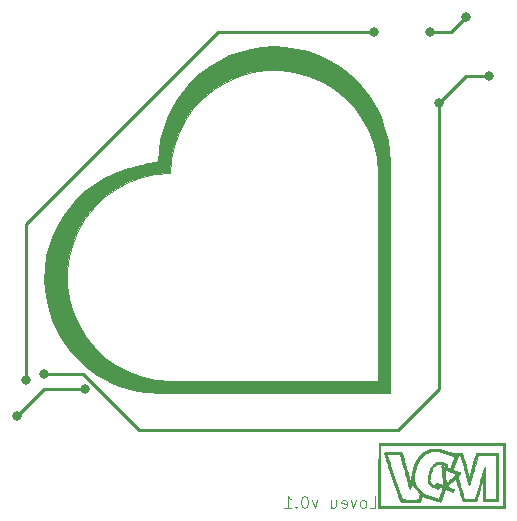
<source format=gbr>
%TF.GenerationSoftware,KiCad,Pcbnew,(5.1.12-1-g0a0a2da680)-1*%
%TF.CreationDate,2021-11-24T18:51:26+01:00*%
%TF.ProjectId,loveu,6c6f7665-752e-46b6-9963-61645f706362,rev?*%
%TF.SameCoordinates,Original*%
%TF.FileFunction,Copper,L2,Bot*%
%TF.FilePolarity,Positive*%
%FSLAX46Y46*%
G04 Gerber Fmt 4.6, Leading zero omitted, Abs format (unit mm)*
G04 Created by KiCad (PCBNEW (5.1.12-1-g0a0a2da680)-1) date 2021-11-24 18:51:26*
%MOMM*%
%LPD*%
G01*
G04 APERTURE LIST*
%TA.AperFunction,NonConductor*%
%ADD10C,0.125000*%
%TD*%
%TA.AperFunction,EtchedComponent*%
%ADD11C,0.010000*%
%TD*%
%TA.AperFunction,ViaPad*%
%ADD12C,0.800000*%
%TD*%
%TA.AperFunction,Conductor*%
%ADD13C,0.250000*%
%TD*%
%TA.AperFunction,NonConductor*%
%ADD14C,0.025400*%
%TD*%
%TA.AperFunction,NonConductor*%
%ADD15C,0.100000*%
%TD*%
G04 APERTURE END LIST*
D10*
X138107142Y-114552380D02*
X138583333Y-114552380D01*
X138583333Y-113552380D01*
X137630952Y-114552380D02*
X137726190Y-114504761D01*
X137773809Y-114457142D01*
X137821428Y-114361904D01*
X137821428Y-114076190D01*
X137773809Y-113980952D01*
X137726190Y-113933333D01*
X137630952Y-113885714D01*
X137488095Y-113885714D01*
X137392857Y-113933333D01*
X137345238Y-113980952D01*
X137297619Y-114076190D01*
X137297619Y-114361904D01*
X137345238Y-114457142D01*
X137392857Y-114504761D01*
X137488095Y-114552380D01*
X137630952Y-114552380D01*
X136964285Y-113885714D02*
X136726190Y-114552380D01*
X136488095Y-113885714D01*
X135726190Y-114504761D02*
X135821428Y-114552380D01*
X136011904Y-114552380D01*
X136107142Y-114504761D01*
X136154761Y-114409523D01*
X136154761Y-114028571D01*
X136107142Y-113933333D01*
X136011904Y-113885714D01*
X135821428Y-113885714D01*
X135726190Y-113933333D01*
X135678571Y-114028571D01*
X135678571Y-114123809D01*
X136154761Y-114219047D01*
X134821428Y-113885714D02*
X134821428Y-114552380D01*
X135250000Y-113885714D02*
X135250000Y-114409523D01*
X135202380Y-114504761D01*
X135107142Y-114552380D01*
X134964285Y-114552380D01*
X134869047Y-114504761D01*
X134821428Y-114457142D01*
X133678571Y-113885714D02*
X133440476Y-114552380D01*
X133202380Y-113885714D01*
X132630952Y-113552380D02*
X132535714Y-113552380D01*
X132440476Y-113600000D01*
X132392857Y-113647619D01*
X132345238Y-113742857D01*
X132297619Y-113933333D01*
X132297619Y-114171428D01*
X132345238Y-114361904D01*
X132392857Y-114457142D01*
X132440476Y-114504761D01*
X132535714Y-114552380D01*
X132630952Y-114552380D01*
X132726190Y-114504761D01*
X132773809Y-114457142D01*
X132821428Y-114361904D01*
X132869047Y-114171428D01*
X132869047Y-113933333D01*
X132821428Y-113742857D01*
X132773809Y-113647619D01*
X132726190Y-113600000D01*
X132630952Y-113552380D01*
X131869047Y-114457142D02*
X131821428Y-114504761D01*
X131869047Y-114552380D01*
X131916666Y-114504761D01*
X131869047Y-114457142D01*
X131869047Y-114552380D01*
X130869047Y-114552380D02*
X131440476Y-114552380D01*
X131154761Y-114552380D02*
X131154761Y-113552380D01*
X131250000Y-113695238D01*
X131345238Y-113790476D01*
X131440476Y-113838095D01*
D11*
%TO.C,G\u002A\u002A\u002A*%
G36*
X138850356Y-111815875D02*
G01*
X138845296Y-114572834D01*
X149533539Y-114572834D01*
X149528478Y-111815875D01*
X149523670Y-109196500D01*
X149385834Y-109196500D01*
X149385834Y-114382334D01*
X138993000Y-114382334D01*
X138993000Y-109196500D01*
X149385834Y-109196500D01*
X149523670Y-109196500D01*
X149523417Y-109058917D01*
X138855417Y-109058917D01*
X138850356Y-111815875D01*
G37*
X138850356Y-111815875D02*
X138845296Y-114572834D01*
X149533539Y-114572834D01*
X149528478Y-111815875D01*
X149523670Y-109196500D01*
X149385834Y-109196500D01*
X149385834Y-114382334D01*
X138993000Y-114382334D01*
X138993000Y-109196500D01*
X149385834Y-109196500D01*
X149523670Y-109196500D01*
X149523417Y-109058917D01*
X138855417Y-109058917D01*
X138850356Y-111815875D01*
G36*
X143617917Y-109546922D02*
G01*
X143492143Y-109547905D01*
X143397588Y-109550791D01*
X143323138Y-109557071D01*
X143257681Y-109568236D01*
X143190104Y-109585779D01*
X143109293Y-109611190D01*
X143088750Y-109617946D01*
X142984403Y-109655653D01*
X142880766Y-109698612D01*
X142793728Y-109740019D01*
X142760667Y-109758457D01*
X142708399Y-109794729D01*
X142639469Y-109848937D01*
X142560342Y-109915237D01*
X142477487Y-109987781D01*
X142397367Y-110060723D01*
X142326451Y-110128218D01*
X142271203Y-110184419D01*
X142238091Y-110223481D01*
X142231500Y-110236884D01*
X142220616Y-110263699D01*
X142192081Y-110314498D01*
X142152125Y-110378206D01*
X142095082Y-110465430D01*
X142056431Y-110525499D01*
X142031236Y-110566582D01*
X142014559Y-110596850D01*
X142001465Y-110624471D01*
X141996463Y-110635834D01*
X141970299Y-110695013D01*
X141944571Y-110752250D01*
X141896222Y-110871606D01*
X141844748Y-111021039D01*
X141793749Y-111188828D01*
X141746823Y-111363253D01*
X141713767Y-111503667D01*
X141686388Y-111624459D01*
X141655877Y-111751259D01*
X141624037Y-111877410D01*
X141592672Y-111996257D01*
X141563584Y-112101144D01*
X141538575Y-112185414D01*
X141519449Y-112242412D01*
X141508007Y-112265482D01*
X141507385Y-112265667D01*
X141492245Y-112248617D01*
X141490667Y-112236128D01*
X141485179Y-112210757D01*
X141469390Y-112148353D01*
X141444310Y-112052679D01*
X141410951Y-111927495D01*
X141370324Y-111776563D01*
X141323441Y-111603645D01*
X141271311Y-111412502D01*
X141214948Y-111206896D01*
X141173435Y-111056086D01*
X141102086Y-110798225D01*
X141040719Y-110578549D01*
X140988497Y-110394318D01*
X140944585Y-110242789D01*
X140908144Y-110121220D01*
X140878341Y-110026870D01*
X140854337Y-109956997D01*
X140835298Y-109908859D01*
X140820387Y-109879713D01*
X140811256Y-109868542D01*
X140795412Y-109858131D01*
X140772850Y-109849857D01*
X140738948Y-109843480D01*
X140689082Y-109838757D01*
X140618628Y-109835447D01*
X140522962Y-109833309D01*
X140397463Y-109832102D01*
X140237505Y-109831583D01*
X140101906Y-109831500D01*
X139916390Y-109831609D01*
X139768560Y-109832122D01*
X139653772Y-109833318D01*
X139567377Y-109835474D01*
X139504729Y-109838868D01*
X139461182Y-109843780D01*
X139432090Y-109850488D01*
X139412806Y-109859269D01*
X139398684Y-109870402D01*
X139395167Y-109873833D01*
X139360130Y-109937542D01*
X139352834Y-109995863D01*
X139359474Y-110024253D01*
X139378642Y-110089340D01*
X139409209Y-110187752D01*
X139450049Y-110316116D01*
X139500031Y-110471059D01*
X139558029Y-110649208D01*
X139622913Y-110847191D01*
X139693556Y-111061634D01*
X139768830Y-111289165D01*
X139847606Y-111526411D01*
X139928756Y-111769999D01*
X140011153Y-112016557D01*
X140093666Y-112262711D01*
X140175170Y-112505090D01*
X140254535Y-112740319D01*
X140330632Y-112965027D01*
X140402335Y-113175840D01*
X140468515Y-113369385D01*
X140528043Y-113542291D01*
X140579791Y-113691184D01*
X140622632Y-113812690D01*
X140655437Y-113903439D01*
X140677077Y-113960056D01*
X140684325Y-113976414D01*
X140717274Y-114015971D01*
X140740394Y-114030593D01*
X140768788Y-114033591D01*
X140834538Y-114036347D01*
X140932669Y-114038779D01*
X141058203Y-114040809D01*
X141206164Y-114042354D01*
X141371577Y-114043333D01*
X141545315Y-114043667D01*
X141746911Y-114043559D01*
X141910427Y-114043099D01*
X142040117Y-114042075D01*
X142140234Y-114040282D01*
X142215033Y-114037510D01*
X142268766Y-114033550D01*
X142305687Y-114028195D01*
X142330050Y-114021235D01*
X142346108Y-114012463D01*
X142355883Y-114003951D01*
X142379124Y-113967512D01*
X142409825Y-113901254D01*
X142443302Y-113815912D01*
X142464350Y-113755243D01*
X142494672Y-113666279D01*
X142521928Y-113592097D01*
X142542521Y-113542171D01*
X142551049Y-113526727D01*
X142581955Y-113521735D01*
X142635234Y-113539824D01*
X142638374Y-113541348D01*
X142812588Y-113623416D01*
X142962726Y-113685642D01*
X143099490Y-113732319D01*
X143152250Y-113747435D01*
X143248981Y-113776468D01*
X143345426Y-113809959D01*
X143422041Y-113841079D01*
X143427417Y-113843588D01*
X143475124Y-113862734D01*
X143550545Y-113889099D01*
X143644531Y-113919892D01*
X143747932Y-113952320D01*
X143851598Y-113983591D01*
X143946379Y-114010913D01*
X144023125Y-114031494D01*
X144072685Y-114042541D01*
X144083102Y-114043667D01*
X144099134Y-114026209D01*
X144121287Y-113983342D01*
X144124904Y-113974875D01*
X144177052Y-113847927D01*
X144223433Y-113732315D01*
X144261656Y-113634231D01*
X144289329Y-113559863D01*
X144304061Y-113515403D01*
X144305834Y-113506603D01*
X144313384Y-113473376D01*
X144333643Y-113413071D01*
X144363024Y-113334428D01*
X144397941Y-113246183D01*
X144434805Y-113157075D01*
X144470029Y-113075843D01*
X144500028Y-113011224D01*
X144521214Y-112971957D01*
X144528503Y-112964167D01*
X144557070Y-112971411D01*
X144614368Y-112990716D01*
X144689810Y-113018446D01*
X144719067Y-113029671D01*
X144821459Y-113068516D01*
X144931649Y-113108954D01*
X145026820Y-113142620D01*
X145031965Y-113144382D01*
X145176012Y-113193589D01*
X145196006Y-113142378D01*
X145220202Y-113080383D01*
X145236868Y-113037660D01*
X145246873Y-112996171D01*
X145228472Y-112973480D01*
X145210409Y-112965252D01*
X145173514Y-112950930D01*
X145105979Y-112925088D01*
X145016775Y-112891146D01*
X144914871Y-112852524D01*
X144893593Y-112844477D01*
X144624102Y-112742604D01*
X144673635Y-112699927D01*
X144703903Y-112672526D01*
X144759268Y-112621140D01*
X144834168Y-112550979D01*
X144923044Y-112467254D01*
X145020336Y-112375176D01*
X145035364Y-112360917D01*
X145131425Y-112270694D01*
X145218320Y-112190883D01*
X145290983Y-112125994D01*
X145344344Y-112080536D01*
X145373335Y-112059020D01*
X145375815Y-112057974D01*
X145398437Y-112069056D01*
X145401926Y-112089724D01*
X145407400Y-112119079D01*
X145423926Y-112183474D01*
X145449973Y-112277527D01*
X145484009Y-112395857D01*
X145524504Y-112533083D01*
X145569928Y-112683824D01*
X145584427Y-112731334D01*
X145661472Y-112982834D01*
X145727257Y-113196904D01*
X145782820Y-113376623D01*
X145829198Y-113525067D01*
X145867430Y-113645315D01*
X145898555Y-113740444D01*
X145923609Y-113813532D01*
X145943632Y-113867656D01*
X145959662Y-113905895D01*
X145972736Y-113931325D01*
X145983893Y-113947026D01*
X145994172Y-113956074D01*
X145998404Y-113958592D01*
X146032527Y-113965426D01*
X146104584Y-113971161D01*
X146210188Y-113975627D01*
X146344951Y-113978656D01*
X146504484Y-113980079D01*
X146558692Y-113980167D01*
X146729485Y-113980309D01*
X146863193Y-113979361D01*
X146965055Y-113975260D01*
X147040307Y-113965946D01*
X147094188Y-113949355D01*
X147131934Y-113923428D01*
X147158785Y-113886100D01*
X147179977Y-113835312D01*
X147200748Y-113769001D01*
X147214899Y-113721854D01*
X147233803Y-113659613D01*
X147263066Y-113562991D01*
X147300827Y-113438140D01*
X147345227Y-113291213D01*
X147394407Y-113128361D01*
X147446508Y-112955736D01*
X147485753Y-112825640D01*
X147703084Y-112105029D01*
X147696733Y-112999205D01*
X147695236Y-113217134D01*
X147694235Y-113396677D01*
X147693887Y-113541779D01*
X147694347Y-113656389D01*
X147695772Y-113744450D01*
X147698317Y-113809910D01*
X147702138Y-113856715D01*
X147707391Y-113888810D01*
X147714232Y-113910142D01*
X147722817Y-113924657D01*
X147733301Y-113936300D01*
X147733775Y-113936774D01*
X147748464Y-113949724D01*
X147766910Y-113959806D01*
X147794184Y-113967378D01*
X147835358Y-113972799D01*
X147895503Y-113976427D01*
X147979692Y-113978619D01*
X148092996Y-113979733D01*
X148240487Y-113980127D01*
X148348667Y-113980167D01*
X148519489Y-113980022D01*
X148653039Y-113979356D01*
X148754378Y-113977820D01*
X148828566Y-113975064D01*
X148880665Y-113970739D01*
X148915735Y-113964496D01*
X148938838Y-113955987D01*
X148955034Y-113944863D01*
X148962500Y-113937833D01*
X148969696Y-113929897D01*
X148976026Y-113919645D01*
X148981547Y-113904474D01*
X148986313Y-113881780D01*
X148990380Y-113848958D01*
X148993804Y-113803405D01*
X148994443Y-113789667D01*
X148814334Y-113789667D01*
X147880759Y-113789667D01*
X147884266Y-112440292D01*
X147884926Y-112167808D01*
X147885333Y-111934609D01*
X147885408Y-111737651D01*
X147885074Y-111573885D01*
X147884256Y-111440264D01*
X147882874Y-111333743D01*
X147880854Y-111251273D01*
X147878116Y-111189809D01*
X147874585Y-111146304D01*
X147870183Y-111117710D01*
X147864833Y-111100981D01*
X147858458Y-111093070D01*
X147850981Y-111090931D01*
X147850129Y-111090917D01*
X147840867Y-111096363D01*
X147828850Y-111114469D01*
X147813204Y-111147888D01*
X147793053Y-111199274D01*
X147767523Y-111271279D01*
X147735739Y-111366556D01*
X147696828Y-111487758D01*
X147649915Y-111637539D01*
X147594125Y-111818550D01*
X147528583Y-112033446D01*
X147452416Y-112284880D01*
X147407096Y-112435000D01*
X147001709Y-113779084D01*
X146554661Y-113784792D01*
X146107613Y-113790501D01*
X146033740Y-113551959D01*
X145971784Y-113351343D01*
X145909398Y-113148299D01*
X145847828Y-112946967D01*
X145788321Y-112751491D01*
X145732124Y-112566009D01*
X145680484Y-112394665D01*
X145634647Y-112241600D01*
X145595861Y-112110954D01*
X145565373Y-112006869D01*
X145544428Y-111933486D01*
X145534274Y-111894948D01*
X145533501Y-111890433D01*
X145549556Y-111858774D01*
X145562348Y-111848677D01*
X145627741Y-111803362D01*
X145691935Y-111747527D01*
X145745757Y-111690557D01*
X145754567Y-111678034D01*
X145423450Y-111678034D01*
X145250933Y-111841028D01*
X145171654Y-111915911D01*
X145072559Y-112009482D01*
X144964623Y-112111377D01*
X144858823Y-112211234D01*
X144826075Y-112242137D01*
X144721279Y-112339026D01*
X144643693Y-112406081D01*
X144591761Y-112444527D01*
X144563928Y-112455587D01*
X144559036Y-112452334D01*
X144550522Y-112418991D01*
X144541167Y-112355702D01*
X144532712Y-112274775D01*
X144531088Y-112255084D01*
X144522224Y-112151639D01*
X144510588Y-112029025D01*
X144498372Y-111910111D01*
X144495598Y-111884667D01*
X144474932Y-111690775D01*
X144460415Y-111538296D01*
X144452013Y-111426765D01*
X144449692Y-111355715D01*
X144453418Y-111324680D01*
X144454591Y-111323385D01*
X144477737Y-111327868D01*
X144533611Y-111345394D01*
X144615487Y-111373657D01*
X144716638Y-111410351D01*
X144804834Y-111443435D01*
X144929093Y-111490667D01*
X145051347Y-111537103D01*
X145161068Y-111578745D01*
X145247731Y-111611599D01*
X145282683Y-111624826D01*
X145423450Y-111678034D01*
X145754567Y-111678034D01*
X145780035Y-111641834D01*
X145787500Y-111618358D01*
X145782580Y-111595357D01*
X145763460Y-111573942D01*
X145723598Y-111550159D01*
X145656454Y-111520052D01*
X145562878Y-111482554D01*
X145460278Y-111443078D01*
X145360609Y-111405833D01*
X145277247Y-111375763D01*
X145234795Y-111361317D01*
X145176195Y-111339659D01*
X145138695Y-111320551D01*
X145131334Y-111312472D01*
X145138640Y-111284968D01*
X145157953Y-111228654D01*
X145185366Y-111153948D01*
X145216969Y-111071268D01*
X145248855Y-110991030D01*
X145277117Y-110923654D01*
X145277627Y-110922489D01*
X145307509Y-110852011D01*
X145334141Y-110785507D01*
X145338712Y-110773417D01*
X145398503Y-110614123D01*
X145446519Y-110490698D01*
X145484591Y-110398923D01*
X145514550Y-110334579D01*
X145538225Y-110293449D01*
X145556053Y-110272463D01*
X145574674Y-110247210D01*
X145263758Y-110247210D01*
X145261890Y-110274511D01*
X145246456Y-110333489D01*
X145219786Y-110416591D01*
X145184210Y-110516258D01*
X145165835Y-110564710D01*
X145118357Y-110687654D01*
X145069287Y-110814693D01*
X145023951Y-110932044D01*
X144987673Y-111025923D01*
X144983005Y-111038000D01*
X144951822Y-111117874D01*
X144926514Y-111181214D01*
X144910801Y-111218783D01*
X144907731Y-111224984D01*
X144885838Y-111222874D01*
X144837771Y-111208256D01*
X144775991Y-111185923D01*
X144712963Y-111160667D01*
X144661147Y-111137278D01*
X144633007Y-111120550D01*
X144631518Y-111118785D01*
X144629672Y-111088870D01*
X144637898Y-111033468D01*
X144646421Y-110996156D01*
X144658763Y-110937496D01*
X144471107Y-110937496D01*
X144450169Y-110997561D01*
X144429230Y-111057625D01*
X144320657Y-111016371D01*
X144250693Y-110994543D01*
X144204238Y-110989859D01*
X144192759Y-110994442D01*
X144186448Y-111024886D01*
X144186861Y-111096259D01*
X144193936Y-111207705D01*
X144207609Y-111358368D01*
X144227819Y-111547391D01*
X144242361Y-111673000D01*
X144256099Y-111794724D01*
X144269942Y-111927597D01*
X144283331Y-112065022D01*
X144295704Y-112200398D01*
X144306500Y-112327126D01*
X144315159Y-112438606D01*
X144321121Y-112528240D01*
X144323823Y-112589429D01*
X144322707Y-112615571D01*
X144322474Y-112615916D01*
X144298720Y-112614378D01*
X144246393Y-112599941D01*
X144176153Y-112575612D01*
X144165654Y-112571648D01*
X144092136Y-112544173D01*
X144006163Y-112512892D01*
X143917163Y-112481123D01*
X143834564Y-112452184D01*
X143767795Y-112429394D01*
X143726284Y-112416070D01*
X143717707Y-112413981D01*
X143706728Y-112431502D01*
X143685225Y-112476504D01*
X143669306Y-112512647D01*
X143645645Y-112574638D01*
X143644342Y-112613411D01*
X143671083Y-112638739D01*
X143731552Y-112660400D01*
X143759898Y-112668414D01*
X143814394Y-112688097D01*
X143849258Y-112709093D01*
X143852507Y-112713010D01*
X143850291Y-112727350D01*
X143826943Y-112723618D01*
X143787520Y-112711549D01*
X143721526Y-112691437D01*
X143642898Y-112667532D01*
X143639084Y-112666373D01*
X143478140Y-112600394D01*
X143346733Y-112510334D01*
X143248625Y-112399073D01*
X143216204Y-112342572D01*
X143186541Y-112276694D01*
X143171256Y-112221867D01*
X143167560Y-112160641D01*
X143172667Y-112075562D01*
X143172972Y-112071921D01*
X143186725Y-111939834D01*
X143204360Y-111817009D01*
X143224263Y-111712252D01*
X143244818Y-111634369D01*
X143259677Y-111598917D01*
X143283361Y-111546189D01*
X143299446Y-111493818D01*
X143344002Y-111356385D01*
X143411002Y-111217730D01*
X143494103Y-111087012D01*
X143586964Y-110973390D01*
X143683242Y-110886024D01*
X143748024Y-110845996D01*
X143826870Y-110819181D01*
X143919504Y-110810743D01*
X144032290Y-110821118D01*
X144171589Y-110850742D01*
X144287929Y-110883063D01*
X144471107Y-110937496D01*
X144658763Y-110937496D01*
X144660819Y-110927726D01*
X144659962Y-110885833D01*
X144646980Y-110861071D01*
X144617517Y-110842617D01*
X144556438Y-110815454D01*
X144472619Y-110783216D01*
X144374937Y-110749540D01*
X144373436Y-110749050D01*
X144256818Y-110712585D01*
X144165741Y-110688829D01*
X144086271Y-110675205D01*
X144004472Y-110669132D01*
X143935417Y-110667985D01*
X143801956Y-110674400D01*
X143696156Y-110697349D01*
X143605062Y-110741430D01*
X143515720Y-110811239D01*
X143505636Y-110820507D01*
X143443846Y-110890050D01*
X143375748Y-110985665D01*
X143309690Y-111093710D01*
X143254017Y-111200539D01*
X143217232Y-111292000D01*
X143193780Y-111364163D01*
X143172306Y-111425033D01*
X143162068Y-111450750D01*
X143144038Y-111498027D01*
X143120452Y-111568939D01*
X143094811Y-111651709D01*
X143070615Y-111734557D01*
X143051365Y-111805706D01*
X143040563Y-111853377D01*
X143039388Y-111863500D01*
X143037519Y-111898733D01*
X143032808Y-111963524D01*
X143026187Y-112045268D01*
X143024540Y-112064584D01*
X143024740Y-112223112D01*
X143057271Y-112364438D01*
X143125684Y-112502285D01*
X143145790Y-112533340D01*
X143221832Y-112614703D01*
X143339195Y-112694600D01*
X143496876Y-112772533D01*
X143693874Y-112848004D01*
X143917737Y-112917307D01*
X143939947Y-112904093D01*
X143964206Y-112862636D01*
X143969614Y-112848954D01*
X143992292Y-112800318D01*
X144014127Y-112774789D01*
X144018209Y-112773667D01*
X144051433Y-112780992D01*
X144105848Y-112799546D01*
X144168901Y-112824198D01*
X144228040Y-112849815D01*
X144270710Y-112871266D01*
X144284667Y-112882593D01*
X144277435Y-112906542D01*
X144257681Y-112961956D01*
X144228321Y-113040882D01*
X144192269Y-113135367D01*
X144187666Y-113147284D01*
X144143259Y-113263421D01*
X144097718Y-113384752D01*
X144056932Y-113495475D01*
X144031112Y-113567417D01*
X144001829Y-113650028D01*
X143976459Y-113720421D01*
X143959368Y-113766524D01*
X143956516Y-113773792D01*
X143926005Y-113807247D01*
X143884640Y-113802625D01*
X143870859Y-113792414D01*
X143841955Y-113777849D01*
X143783887Y-113756154D01*
X143708260Y-113731602D01*
X143694171Y-113727356D01*
X143612215Y-113701080D01*
X143541527Y-113675106D01*
X143496072Y-113654611D01*
X143493087Y-113652835D01*
X143454971Y-113635312D01*
X143386778Y-113609776D01*
X143299084Y-113580023D01*
X143226334Y-113557060D01*
X143102065Y-113517692D01*
X142996448Y-113480290D01*
X142892110Y-113438174D01*
X142771678Y-113384665D01*
X142739500Y-113369870D01*
X142705265Y-113350730D01*
X142381314Y-113350730D01*
X142303559Y-113586073D01*
X142272224Y-113679975D01*
X142245276Y-113758989D01*
X142225690Y-113814503D01*
X142216640Y-113837583D01*
X142194022Y-113841343D01*
X142134170Y-113844451D01*
X142042176Y-113846828D01*
X141923136Y-113848396D01*
X141782143Y-113849077D01*
X141624291Y-113848791D01*
X141528760Y-113848167D01*
X140850045Y-113842584D01*
X140207314Y-111948167D01*
X140115018Y-111675967D01*
X140026688Y-111415144D01*
X139943263Y-111168490D01*
X139865681Y-110938794D01*
X139794881Y-110728847D01*
X139731803Y-110541440D01*
X139677386Y-110379364D01*
X139632567Y-110245408D01*
X139598287Y-110142363D01*
X139575484Y-110073020D01*
X139565098Y-110040169D01*
X139564542Y-110037875D01*
X139584775Y-110033642D01*
X139641810Y-110029848D01*
X139730117Y-110026649D01*
X139844165Y-110024202D01*
X139978425Y-110022661D01*
X140120125Y-110022181D01*
X140675750Y-110022362D01*
X140939642Y-110979973D01*
X140999251Y-111197160D01*
X141060309Y-111421241D01*
X141120841Y-111644855D01*
X141178871Y-111860643D01*
X141232423Y-112061245D01*
X141279520Y-112239302D01*
X141318188Y-112387454D01*
X141333124Y-112445584D01*
X141380553Y-112628755D01*
X141420098Y-112771520D01*
X141453492Y-112874700D01*
X141482472Y-112939114D01*
X141508771Y-112965581D01*
X141534125Y-112954923D01*
X141560268Y-112907958D01*
X141588935Y-112825508D01*
X141621861Y-112708391D01*
X141651020Y-112595842D01*
X141731389Y-112280433D01*
X141760343Y-112426508D01*
X141813089Y-112614910D01*
X141896160Y-112793374D01*
X142012882Y-112967417D01*
X142166579Y-113142555D01*
X142229662Y-113205073D01*
X142381314Y-113350730D01*
X142705265Y-113350730D01*
X142581944Y-113281785D01*
X142426803Y-113167063D01*
X142282393Y-113033889D01*
X142157030Y-112890448D01*
X142059026Y-112744927D01*
X142015652Y-112657250D01*
X141964199Y-112530018D01*
X141928065Y-112427253D01*
X141904138Y-112335310D01*
X141889306Y-112240544D01*
X141880457Y-112129310D01*
X141876680Y-112047817D01*
X141874148Y-111889454D01*
X141878880Y-111743903D01*
X141890389Y-111624926D01*
X141892072Y-111613900D01*
X141905572Y-111549022D01*
X141928567Y-111458763D01*
X141958542Y-111351237D01*
X141992979Y-111234555D01*
X142029363Y-111116830D01*
X142065177Y-111006174D01*
X142097904Y-110910699D01*
X142125028Y-110838519D01*
X142144033Y-110797745D01*
X142146225Y-110794584D01*
X142164883Y-110759082D01*
X142179039Y-110720500D01*
X142203028Y-110667712D01*
X142240209Y-110608697D01*
X142245129Y-110602086D01*
X142277184Y-110556266D01*
X142294179Y-110524718D01*
X142295000Y-110520782D01*
X142308337Y-110490573D01*
X142343823Y-110437834D01*
X142394675Y-110370935D01*
X142454108Y-110298250D01*
X142515339Y-110228148D01*
X142571583Y-110169002D01*
X142605501Y-110137631D01*
X142672265Y-110081421D01*
X142736988Y-110026855D01*
X142769983Y-109998991D01*
X142864163Y-109934780D01*
X142989559Y-109872013D01*
X143135185Y-109815486D01*
X143290057Y-109769992D01*
X143300417Y-109767475D01*
X143377850Y-109755649D01*
X143484814Y-109748210D01*
X143608734Y-109745169D01*
X143737034Y-109746539D01*
X143857139Y-109752330D01*
X143956473Y-109762555D01*
X143982197Y-109766836D01*
X144044850Y-109781851D01*
X144134950Y-109807452D01*
X144240084Y-109839955D01*
X144340200Y-109873057D01*
X144454486Y-109912146D01*
X144593347Y-109959626D01*
X144741300Y-110010203D01*
X144882861Y-110058583D01*
X144919667Y-110071160D01*
X145029469Y-110109825D01*
X145123695Y-110145193D01*
X145195672Y-110174582D01*
X145238723Y-110195308D01*
X145248075Y-110203173D01*
X145258738Y-110238262D01*
X145263758Y-110247210D01*
X145574674Y-110247210D01*
X145590346Y-110225957D01*
X145610408Y-110171921D01*
X145624011Y-110128293D01*
X145650801Y-110110140D01*
X145700853Y-110106667D01*
X145778247Y-110106667D01*
X146057614Y-111085625D01*
X146116261Y-111291841D01*
X146173420Y-111494155D01*
X146227593Y-111687180D01*
X146277287Y-111865528D01*
X146321003Y-112023812D01*
X146357246Y-112156644D01*
X146384521Y-112258636D01*
X146399238Y-112315855D01*
X146433744Y-112447365D01*
X146463637Y-112539824D01*
X146490648Y-112592852D01*
X146516509Y-112606072D01*
X146542950Y-112579103D01*
X146571705Y-112511569D01*
X146604503Y-112403089D01*
X146640663Y-112263059D01*
X146664073Y-112171766D01*
X146697526Y-112046063D01*
X146739299Y-111892204D01*
X146787664Y-111716441D01*
X146840897Y-111525030D01*
X146897272Y-111324223D01*
X146955064Y-111120275D01*
X146981566Y-111027417D01*
X147241949Y-110117250D01*
X148028142Y-110111701D01*
X148814334Y-110106152D01*
X148814334Y-113789667D01*
X148994443Y-113789667D01*
X148996639Y-113742517D01*
X148998942Y-113663689D01*
X149000767Y-113564318D01*
X149002171Y-113441800D01*
X149003208Y-113293531D01*
X149003933Y-113116907D01*
X149004403Y-112909324D01*
X149004673Y-112668177D01*
X149004797Y-112390864D01*
X149004832Y-112074780D01*
X149004834Y-111948167D01*
X149004818Y-111617157D01*
X149004732Y-111325877D01*
X149004523Y-111071722D01*
X149004133Y-110852089D01*
X149003508Y-110664373D01*
X149002592Y-110505971D01*
X149001330Y-110374278D01*
X148999666Y-110266691D01*
X148997546Y-110180605D01*
X148994913Y-110113417D01*
X148991712Y-110062523D01*
X148987888Y-110025318D01*
X148983386Y-109999199D01*
X148978149Y-109981562D01*
X148972124Y-109969802D01*
X148965253Y-109961317D01*
X148962501Y-109958500D01*
X148950672Y-109948044D01*
X148935433Y-109939466D01*
X148912781Y-109932583D01*
X148878713Y-109927206D01*
X148829227Y-109923152D01*
X148760320Y-109920233D01*
X148667988Y-109918264D01*
X148548230Y-109917059D01*
X148397041Y-109916432D01*
X148210420Y-109916197D01*
X148050942Y-109916167D01*
X147839528Y-109916660D01*
X147649597Y-109918087D01*
X147484622Y-109920369D01*
X147348075Y-109923430D01*
X147243428Y-109927191D01*
X147174152Y-109931575D01*
X147143720Y-109936502D01*
X147143679Y-109936525D01*
X147108089Y-109970538D01*
X147081938Y-110015900D01*
X147069604Y-110052430D01*
X147047733Y-110123377D01*
X147017735Y-110223793D01*
X146981017Y-110348731D01*
X146938985Y-110493244D01*
X146893048Y-110652385D01*
X146844612Y-110821206D01*
X146795086Y-110994760D01*
X146745877Y-111168100D01*
X146698392Y-111336279D01*
X146654038Y-111494350D01*
X146614224Y-111637365D01*
X146580357Y-111760377D01*
X146553844Y-111858439D01*
X146536093Y-111926604D01*
X146528510Y-111959924D01*
X146528334Y-111961793D01*
X146523856Y-111987484D01*
X146518697Y-111987919D01*
X146511162Y-111966261D01*
X146493224Y-111907806D01*
X146466029Y-111816488D01*
X146430725Y-111696237D01*
X146388462Y-111550984D01*
X146340385Y-111384660D01*
X146287643Y-111201198D01*
X146231384Y-111004528D01*
X146222585Y-110973683D01*
X146145110Y-110704090D01*
X146078033Y-110475136D01*
X146021373Y-110286885D01*
X145975149Y-110139398D01*
X145939380Y-110032738D01*
X145914087Y-109966965D01*
X145900093Y-109942625D01*
X145868644Y-109931634D01*
X145806432Y-109923748D01*
X145710124Y-109918748D01*
X145576387Y-109916409D01*
X145502740Y-109916167D01*
X145365685Y-109915624D01*
X145261746Y-109913381D01*
X145181711Y-109908516D01*
X145116370Y-109900109D01*
X145056512Y-109887238D01*
X144992926Y-109868983D01*
X144975160Y-109863404D01*
X144883666Y-109834916D01*
X144795561Y-109808408D01*
X144728102Y-109789057D01*
X144721417Y-109787249D01*
X144641654Y-109761956D01*
X144560034Y-109730397D01*
X144549250Y-109725646D01*
X144488327Y-109702296D01*
X144402388Y-109674507D01*
X144307649Y-109647441D01*
X144284667Y-109641437D01*
X144190454Y-109616976D01*
X144100965Y-109593103D01*
X144032314Y-109574134D01*
X144020084Y-109570601D01*
X143964590Y-109560973D01*
X143875717Y-109553462D01*
X143762389Y-109548592D01*
X143633529Y-109546890D01*
X143617917Y-109546922D01*
G37*
X143617917Y-109546922D02*
X143492143Y-109547905D01*
X143397588Y-109550791D01*
X143323138Y-109557071D01*
X143257681Y-109568236D01*
X143190104Y-109585779D01*
X143109293Y-109611190D01*
X143088750Y-109617946D01*
X142984403Y-109655653D01*
X142880766Y-109698612D01*
X142793728Y-109740019D01*
X142760667Y-109758457D01*
X142708399Y-109794729D01*
X142639469Y-109848937D01*
X142560342Y-109915237D01*
X142477487Y-109987781D01*
X142397367Y-110060723D01*
X142326451Y-110128218D01*
X142271203Y-110184419D01*
X142238091Y-110223481D01*
X142231500Y-110236884D01*
X142220616Y-110263699D01*
X142192081Y-110314498D01*
X142152125Y-110378206D01*
X142095082Y-110465430D01*
X142056431Y-110525499D01*
X142031236Y-110566582D01*
X142014559Y-110596850D01*
X142001465Y-110624471D01*
X141996463Y-110635834D01*
X141970299Y-110695013D01*
X141944571Y-110752250D01*
X141896222Y-110871606D01*
X141844748Y-111021039D01*
X141793749Y-111188828D01*
X141746823Y-111363253D01*
X141713767Y-111503667D01*
X141686388Y-111624459D01*
X141655877Y-111751259D01*
X141624037Y-111877410D01*
X141592672Y-111996257D01*
X141563584Y-112101144D01*
X141538575Y-112185414D01*
X141519449Y-112242412D01*
X141508007Y-112265482D01*
X141507385Y-112265667D01*
X141492245Y-112248617D01*
X141490667Y-112236128D01*
X141485179Y-112210757D01*
X141469390Y-112148353D01*
X141444310Y-112052679D01*
X141410951Y-111927495D01*
X141370324Y-111776563D01*
X141323441Y-111603645D01*
X141271311Y-111412502D01*
X141214948Y-111206896D01*
X141173435Y-111056086D01*
X141102086Y-110798225D01*
X141040719Y-110578549D01*
X140988497Y-110394318D01*
X140944585Y-110242789D01*
X140908144Y-110121220D01*
X140878341Y-110026870D01*
X140854337Y-109956997D01*
X140835298Y-109908859D01*
X140820387Y-109879713D01*
X140811256Y-109868542D01*
X140795412Y-109858131D01*
X140772850Y-109849857D01*
X140738948Y-109843480D01*
X140689082Y-109838757D01*
X140618628Y-109835447D01*
X140522962Y-109833309D01*
X140397463Y-109832102D01*
X140237505Y-109831583D01*
X140101906Y-109831500D01*
X139916390Y-109831609D01*
X139768560Y-109832122D01*
X139653772Y-109833318D01*
X139567377Y-109835474D01*
X139504729Y-109838868D01*
X139461182Y-109843780D01*
X139432090Y-109850488D01*
X139412806Y-109859269D01*
X139398684Y-109870402D01*
X139395167Y-109873833D01*
X139360130Y-109937542D01*
X139352834Y-109995863D01*
X139359474Y-110024253D01*
X139378642Y-110089340D01*
X139409209Y-110187752D01*
X139450049Y-110316116D01*
X139500031Y-110471059D01*
X139558029Y-110649208D01*
X139622913Y-110847191D01*
X139693556Y-111061634D01*
X139768830Y-111289165D01*
X139847606Y-111526411D01*
X139928756Y-111769999D01*
X140011153Y-112016557D01*
X140093666Y-112262711D01*
X140175170Y-112505090D01*
X140254535Y-112740319D01*
X140330632Y-112965027D01*
X140402335Y-113175840D01*
X140468515Y-113369385D01*
X140528043Y-113542291D01*
X140579791Y-113691184D01*
X140622632Y-113812690D01*
X140655437Y-113903439D01*
X140677077Y-113960056D01*
X140684325Y-113976414D01*
X140717274Y-114015971D01*
X140740394Y-114030593D01*
X140768788Y-114033591D01*
X140834538Y-114036347D01*
X140932669Y-114038779D01*
X141058203Y-114040809D01*
X141206164Y-114042354D01*
X141371577Y-114043333D01*
X141545315Y-114043667D01*
X141746911Y-114043559D01*
X141910427Y-114043099D01*
X142040117Y-114042075D01*
X142140234Y-114040282D01*
X142215033Y-114037510D01*
X142268766Y-114033550D01*
X142305687Y-114028195D01*
X142330050Y-114021235D01*
X142346108Y-114012463D01*
X142355883Y-114003951D01*
X142379124Y-113967512D01*
X142409825Y-113901254D01*
X142443302Y-113815912D01*
X142464350Y-113755243D01*
X142494672Y-113666279D01*
X142521928Y-113592097D01*
X142542521Y-113542171D01*
X142551049Y-113526727D01*
X142581955Y-113521735D01*
X142635234Y-113539824D01*
X142638374Y-113541348D01*
X142812588Y-113623416D01*
X142962726Y-113685642D01*
X143099490Y-113732319D01*
X143152250Y-113747435D01*
X143248981Y-113776468D01*
X143345426Y-113809959D01*
X143422041Y-113841079D01*
X143427417Y-113843588D01*
X143475124Y-113862734D01*
X143550545Y-113889099D01*
X143644531Y-113919892D01*
X143747932Y-113952320D01*
X143851598Y-113983591D01*
X143946379Y-114010913D01*
X144023125Y-114031494D01*
X144072685Y-114042541D01*
X144083102Y-114043667D01*
X144099134Y-114026209D01*
X144121287Y-113983342D01*
X144124904Y-113974875D01*
X144177052Y-113847927D01*
X144223433Y-113732315D01*
X144261656Y-113634231D01*
X144289329Y-113559863D01*
X144304061Y-113515403D01*
X144305834Y-113506603D01*
X144313384Y-113473376D01*
X144333643Y-113413071D01*
X144363024Y-113334428D01*
X144397941Y-113246183D01*
X144434805Y-113157075D01*
X144470029Y-113075843D01*
X144500028Y-113011224D01*
X144521214Y-112971957D01*
X144528503Y-112964167D01*
X144557070Y-112971411D01*
X144614368Y-112990716D01*
X144689810Y-113018446D01*
X144719067Y-113029671D01*
X144821459Y-113068516D01*
X144931649Y-113108954D01*
X145026820Y-113142620D01*
X145031965Y-113144382D01*
X145176012Y-113193589D01*
X145196006Y-113142378D01*
X145220202Y-113080383D01*
X145236868Y-113037660D01*
X145246873Y-112996171D01*
X145228472Y-112973480D01*
X145210409Y-112965252D01*
X145173514Y-112950930D01*
X145105979Y-112925088D01*
X145016775Y-112891146D01*
X144914871Y-112852524D01*
X144893593Y-112844477D01*
X144624102Y-112742604D01*
X144673635Y-112699927D01*
X144703903Y-112672526D01*
X144759268Y-112621140D01*
X144834168Y-112550979D01*
X144923044Y-112467254D01*
X145020336Y-112375176D01*
X145035364Y-112360917D01*
X145131425Y-112270694D01*
X145218320Y-112190883D01*
X145290983Y-112125994D01*
X145344344Y-112080536D01*
X145373335Y-112059020D01*
X145375815Y-112057974D01*
X145398437Y-112069056D01*
X145401926Y-112089724D01*
X145407400Y-112119079D01*
X145423926Y-112183474D01*
X145449973Y-112277527D01*
X145484009Y-112395857D01*
X145524504Y-112533083D01*
X145569928Y-112683824D01*
X145584427Y-112731334D01*
X145661472Y-112982834D01*
X145727257Y-113196904D01*
X145782820Y-113376623D01*
X145829198Y-113525067D01*
X145867430Y-113645315D01*
X145898555Y-113740444D01*
X145923609Y-113813532D01*
X145943632Y-113867656D01*
X145959662Y-113905895D01*
X145972736Y-113931325D01*
X145983893Y-113947026D01*
X145994172Y-113956074D01*
X145998404Y-113958592D01*
X146032527Y-113965426D01*
X146104584Y-113971161D01*
X146210188Y-113975627D01*
X146344951Y-113978656D01*
X146504484Y-113980079D01*
X146558692Y-113980167D01*
X146729485Y-113980309D01*
X146863193Y-113979361D01*
X146965055Y-113975260D01*
X147040307Y-113965946D01*
X147094188Y-113949355D01*
X147131934Y-113923428D01*
X147158785Y-113886100D01*
X147179977Y-113835312D01*
X147200748Y-113769001D01*
X147214899Y-113721854D01*
X147233803Y-113659613D01*
X147263066Y-113562991D01*
X147300827Y-113438140D01*
X147345227Y-113291213D01*
X147394407Y-113128361D01*
X147446508Y-112955736D01*
X147485753Y-112825640D01*
X147703084Y-112105029D01*
X147696733Y-112999205D01*
X147695236Y-113217134D01*
X147694235Y-113396677D01*
X147693887Y-113541779D01*
X147694347Y-113656389D01*
X147695772Y-113744450D01*
X147698317Y-113809910D01*
X147702138Y-113856715D01*
X147707391Y-113888810D01*
X147714232Y-113910142D01*
X147722817Y-113924657D01*
X147733301Y-113936300D01*
X147733775Y-113936774D01*
X147748464Y-113949724D01*
X147766910Y-113959806D01*
X147794184Y-113967378D01*
X147835358Y-113972799D01*
X147895503Y-113976427D01*
X147979692Y-113978619D01*
X148092996Y-113979733D01*
X148240487Y-113980127D01*
X148348667Y-113980167D01*
X148519489Y-113980022D01*
X148653039Y-113979356D01*
X148754378Y-113977820D01*
X148828566Y-113975064D01*
X148880665Y-113970739D01*
X148915735Y-113964496D01*
X148938838Y-113955987D01*
X148955034Y-113944863D01*
X148962500Y-113937833D01*
X148969696Y-113929897D01*
X148976026Y-113919645D01*
X148981547Y-113904474D01*
X148986313Y-113881780D01*
X148990380Y-113848958D01*
X148993804Y-113803405D01*
X148994443Y-113789667D01*
X148814334Y-113789667D01*
X147880759Y-113789667D01*
X147884266Y-112440292D01*
X147884926Y-112167808D01*
X147885333Y-111934609D01*
X147885408Y-111737651D01*
X147885074Y-111573885D01*
X147884256Y-111440264D01*
X147882874Y-111333743D01*
X147880854Y-111251273D01*
X147878116Y-111189809D01*
X147874585Y-111146304D01*
X147870183Y-111117710D01*
X147864833Y-111100981D01*
X147858458Y-111093070D01*
X147850981Y-111090931D01*
X147850129Y-111090917D01*
X147840867Y-111096363D01*
X147828850Y-111114469D01*
X147813204Y-111147888D01*
X147793053Y-111199274D01*
X147767523Y-111271279D01*
X147735739Y-111366556D01*
X147696828Y-111487758D01*
X147649915Y-111637539D01*
X147594125Y-111818550D01*
X147528583Y-112033446D01*
X147452416Y-112284880D01*
X147407096Y-112435000D01*
X147001709Y-113779084D01*
X146554661Y-113784792D01*
X146107613Y-113790501D01*
X146033740Y-113551959D01*
X145971784Y-113351343D01*
X145909398Y-113148299D01*
X145847828Y-112946967D01*
X145788321Y-112751491D01*
X145732124Y-112566009D01*
X145680484Y-112394665D01*
X145634647Y-112241600D01*
X145595861Y-112110954D01*
X145565373Y-112006869D01*
X145544428Y-111933486D01*
X145534274Y-111894948D01*
X145533501Y-111890433D01*
X145549556Y-111858774D01*
X145562348Y-111848677D01*
X145627741Y-111803362D01*
X145691935Y-111747527D01*
X145745757Y-111690557D01*
X145754567Y-111678034D01*
X145423450Y-111678034D01*
X145250933Y-111841028D01*
X145171654Y-111915911D01*
X145072559Y-112009482D01*
X144964623Y-112111377D01*
X144858823Y-112211234D01*
X144826075Y-112242137D01*
X144721279Y-112339026D01*
X144643693Y-112406081D01*
X144591761Y-112444527D01*
X144563928Y-112455587D01*
X144559036Y-112452334D01*
X144550522Y-112418991D01*
X144541167Y-112355702D01*
X144532712Y-112274775D01*
X144531088Y-112255084D01*
X144522224Y-112151639D01*
X144510588Y-112029025D01*
X144498372Y-111910111D01*
X144495598Y-111884667D01*
X144474932Y-111690775D01*
X144460415Y-111538296D01*
X144452013Y-111426765D01*
X144449692Y-111355715D01*
X144453418Y-111324680D01*
X144454591Y-111323385D01*
X144477737Y-111327868D01*
X144533611Y-111345394D01*
X144615487Y-111373657D01*
X144716638Y-111410351D01*
X144804834Y-111443435D01*
X144929093Y-111490667D01*
X145051347Y-111537103D01*
X145161068Y-111578745D01*
X145247731Y-111611599D01*
X145282683Y-111624826D01*
X145423450Y-111678034D01*
X145754567Y-111678034D01*
X145780035Y-111641834D01*
X145787500Y-111618358D01*
X145782580Y-111595357D01*
X145763460Y-111573942D01*
X145723598Y-111550159D01*
X145656454Y-111520052D01*
X145562878Y-111482554D01*
X145460278Y-111443078D01*
X145360609Y-111405833D01*
X145277247Y-111375763D01*
X145234795Y-111361317D01*
X145176195Y-111339659D01*
X145138695Y-111320551D01*
X145131334Y-111312472D01*
X145138640Y-111284968D01*
X145157953Y-111228654D01*
X145185366Y-111153948D01*
X145216969Y-111071268D01*
X145248855Y-110991030D01*
X145277117Y-110923654D01*
X145277627Y-110922489D01*
X145307509Y-110852011D01*
X145334141Y-110785507D01*
X145338712Y-110773417D01*
X145398503Y-110614123D01*
X145446519Y-110490698D01*
X145484591Y-110398923D01*
X145514550Y-110334579D01*
X145538225Y-110293449D01*
X145556053Y-110272463D01*
X145574674Y-110247210D01*
X145263758Y-110247210D01*
X145261890Y-110274511D01*
X145246456Y-110333489D01*
X145219786Y-110416591D01*
X145184210Y-110516258D01*
X145165835Y-110564710D01*
X145118357Y-110687654D01*
X145069287Y-110814693D01*
X145023951Y-110932044D01*
X144987673Y-111025923D01*
X144983005Y-111038000D01*
X144951822Y-111117874D01*
X144926514Y-111181214D01*
X144910801Y-111218783D01*
X144907731Y-111224984D01*
X144885838Y-111222874D01*
X144837771Y-111208256D01*
X144775991Y-111185923D01*
X144712963Y-111160667D01*
X144661147Y-111137278D01*
X144633007Y-111120550D01*
X144631518Y-111118785D01*
X144629672Y-111088870D01*
X144637898Y-111033468D01*
X144646421Y-110996156D01*
X144658763Y-110937496D01*
X144471107Y-110937496D01*
X144450169Y-110997561D01*
X144429230Y-111057625D01*
X144320657Y-111016371D01*
X144250693Y-110994543D01*
X144204238Y-110989859D01*
X144192759Y-110994442D01*
X144186448Y-111024886D01*
X144186861Y-111096259D01*
X144193936Y-111207705D01*
X144207609Y-111358368D01*
X144227819Y-111547391D01*
X144242361Y-111673000D01*
X144256099Y-111794724D01*
X144269942Y-111927597D01*
X144283331Y-112065022D01*
X144295704Y-112200398D01*
X144306500Y-112327126D01*
X144315159Y-112438606D01*
X144321121Y-112528240D01*
X144323823Y-112589429D01*
X144322707Y-112615571D01*
X144322474Y-112615916D01*
X144298720Y-112614378D01*
X144246393Y-112599941D01*
X144176153Y-112575612D01*
X144165654Y-112571648D01*
X144092136Y-112544173D01*
X144006163Y-112512892D01*
X143917163Y-112481123D01*
X143834564Y-112452184D01*
X143767795Y-112429394D01*
X143726284Y-112416070D01*
X143717707Y-112413981D01*
X143706728Y-112431502D01*
X143685225Y-112476504D01*
X143669306Y-112512647D01*
X143645645Y-112574638D01*
X143644342Y-112613411D01*
X143671083Y-112638739D01*
X143731552Y-112660400D01*
X143759898Y-112668414D01*
X143814394Y-112688097D01*
X143849258Y-112709093D01*
X143852507Y-112713010D01*
X143850291Y-112727350D01*
X143826943Y-112723618D01*
X143787520Y-112711549D01*
X143721526Y-112691437D01*
X143642898Y-112667532D01*
X143639084Y-112666373D01*
X143478140Y-112600394D01*
X143346733Y-112510334D01*
X143248625Y-112399073D01*
X143216204Y-112342572D01*
X143186541Y-112276694D01*
X143171256Y-112221867D01*
X143167560Y-112160641D01*
X143172667Y-112075562D01*
X143172972Y-112071921D01*
X143186725Y-111939834D01*
X143204360Y-111817009D01*
X143224263Y-111712252D01*
X143244818Y-111634369D01*
X143259677Y-111598917D01*
X143283361Y-111546189D01*
X143299446Y-111493818D01*
X143344002Y-111356385D01*
X143411002Y-111217730D01*
X143494103Y-111087012D01*
X143586964Y-110973390D01*
X143683242Y-110886024D01*
X143748024Y-110845996D01*
X143826870Y-110819181D01*
X143919504Y-110810743D01*
X144032290Y-110821118D01*
X144171589Y-110850742D01*
X144287929Y-110883063D01*
X144471107Y-110937496D01*
X144658763Y-110937496D01*
X144660819Y-110927726D01*
X144659962Y-110885833D01*
X144646980Y-110861071D01*
X144617517Y-110842617D01*
X144556438Y-110815454D01*
X144472619Y-110783216D01*
X144374937Y-110749540D01*
X144373436Y-110749050D01*
X144256818Y-110712585D01*
X144165741Y-110688829D01*
X144086271Y-110675205D01*
X144004472Y-110669132D01*
X143935417Y-110667985D01*
X143801956Y-110674400D01*
X143696156Y-110697349D01*
X143605062Y-110741430D01*
X143515720Y-110811239D01*
X143505636Y-110820507D01*
X143443846Y-110890050D01*
X143375748Y-110985665D01*
X143309690Y-111093710D01*
X143254017Y-111200539D01*
X143217232Y-111292000D01*
X143193780Y-111364163D01*
X143172306Y-111425033D01*
X143162068Y-111450750D01*
X143144038Y-111498027D01*
X143120452Y-111568939D01*
X143094811Y-111651709D01*
X143070615Y-111734557D01*
X143051365Y-111805706D01*
X143040563Y-111853377D01*
X143039388Y-111863500D01*
X143037519Y-111898733D01*
X143032808Y-111963524D01*
X143026187Y-112045268D01*
X143024540Y-112064584D01*
X143024740Y-112223112D01*
X143057271Y-112364438D01*
X143125684Y-112502285D01*
X143145790Y-112533340D01*
X143221832Y-112614703D01*
X143339195Y-112694600D01*
X143496876Y-112772533D01*
X143693874Y-112848004D01*
X143917737Y-112917307D01*
X143939947Y-112904093D01*
X143964206Y-112862636D01*
X143969614Y-112848954D01*
X143992292Y-112800318D01*
X144014127Y-112774789D01*
X144018209Y-112773667D01*
X144051433Y-112780992D01*
X144105848Y-112799546D01*
X144168901Y-112824198D01*
X144228040Y-112849815D01*
X144270710Y-112871266D01*
X144284667Y-112882593D01*
X144277435Y-112906542D01*
X144257681Y-112961956D01*
X144228321Y-113040882D01*
X144192269Y-113135367D01*
X144187666Y-113147284D01*
X144143259Y-113263421D01*
X144097718Y-113384752D01*
X144056932Y-113495475D01*
X144031112Y-113567417D01*
X144001829Y-113650028D01*
X143976459Y-113720421D01*
X143959368Y-113766524D01*
X143956516Y-113773792D01*
X143926005Y-113807247D01*
X143884640Y-113802625D01*
X143870859Y-113792414D01*
X143841955Y-113777849D01*
X143783887Y-113756154D01*
X143708260Y-113731602D01*
X143694171Y-113727356D01*
X143612215Y-113701080D01*
X143541527Y-113675106D01*
X143496072Y-113654611D01*
X143493087Y-113652835D01*
X143454971Y-113635312D01*
X143386778Y-113609776D01*
X143299084Y-113580023D01*
X143226334Y-113557060D01*
X143102065Y-113517692D01*
X142996448Y-113480290D01*
X142892110Y-113438174D01*
X142771678Y-113384665D01*
X142739500Y-113369870D01*
X142705265Y-113350730D01*
X142381314Y-113350730D01*
X142303559Y-113586073D01*
X142272224Y-113679975D01*
X142245276Y-113758989D01*
X142225690Y-113814503D01*
X142216640Y-113837583D01*
X142194022Y-113841343D01*
X142134170Y-113844451D01*
X142042176Y-113846828D01*
X141923136Y-113848396D01*
X141782143Y-113849077D01*
X141624291Y-113848791D01*
X141528760Y-113848167D01*
X140850045Y-113842584D01*
X140207314Y-111948167D01*
X140115018Y-111675967D01*
X140026688Y-111415144D01*
X139943263Y-111168490D01*
X139865681Y-110938794D01*
X139794881Y-110728847D01*
X139731803Y-110541440D01*
X139677386Y-110379364D01*
X139632567Y-110245408D01*
X139598287Y-110142363D01*
X139575484Y-110073020D01*
X139565098Y-110040169D01*
X139564542Y-110037875D01*
X139584775Y-110033642D01*
X139641810Y-110029848D01*
X139730117Y-110026649D01*
X139844165Y-110024202D01*
X139978425Y-110022661D01*
X140120125Y-110022181D01*
X140675750Y-110022362D01*
X140939642Y-110979973D01*
X140999251Y-111197160D01*
X141060309Y-111421241D01*
X141120841Y-111644855D01*
X141178871Y-111860643D01*
X141232423Y-112061245D01*
X141279520Y-112239302D01*
X141318188Y-112387454D01*
X141333124Y-112445584D01*
X141380553Y-112628755D01*
X141420098Y-112771520D01*
X141453492Y-112874700D01*
X141482472Y-112939114D01*
X141508771Y-112965581D01*
X141534125Y-112954923D01*
X141560268Y-112907958D01*
X141588935Y-112825508D01*
X141621861Y-112708391D01*
X141651020Y-112595842D01*
X141731389Y-112280433D01*
X141760343Y-112426508D01*
X141813089Y-112614910D01*
X141896160Y-112793374D01*
X142012882Y-112967417D01*
X142166579Y-113142555D01*
X142229662Y-113205073D01*
X142381314Y-113350730D01*
X142705265Y-113350730D01*
X142581944Y-113281785D01*
X142426803Y-113167063D01*
X142282393Y-113033889D01*
X142157030Y-112890448D01*
X142059026Y-112744927D01*
X142015652Y-112657250D01*
X141964199Y-112530018D01*
X141928065Y-112427253D01*
X141904138Y-112335310D01*
X141889306Y-112240544D01*
X141880457Y-112129310D01*
X141876680Y-112047817D01*
X141874148Y-111889454D01*
X141878880Y-111743903D01*
X141890389Y-111624926D01*
X141892072Y-111613900D01*
X141905572Y-111549022D01*
X141928567Y-111458763D01*
X141958542Y-111351237D01*
X141992979Y-111234555D01*
X142029363Y-111116830D01*
X142065177Y-111006174D01*
X142097904Y-110910699D01*
X142125028Y-110838519D01*
X142144033Y-110797745D01*
X142146225Y-110794584D01*
X142164883Y-110759082D01*
X142179039Y-110720500D01*
X142203028Y-110667712D01*
X142240209Y-110608697D01*
X142245129Y-110602086D01*
X142277184Y-110556266D01*
X142294179Y-110524718D01*
X142295000Y-110520782D01*
X142308337Y-110490573D01*
X142343823Y-110437834D01*
X142394675Y-110370935D01*
X142454108Y-110298250D01*
X142515339Y-110228148D01*
X142571583Y-110169002D01*
X142605501Y-110137631D01*
X142672265Y-110081421D01*
X142736988Y-110026855D01*
X142769983Y-109998991D01*
X142864163Y-109934780D01*
X142989559Y-109872013D01*
X143135185Y-109815486D01*
X143290057Y-109769992D01*
X143300417Y-109767475D01*
X143377850Y-109755649D01*
X143484814Y-109748210D01*
X143608734Y-109745169D01*
X143737034Y-109746539D01*
X143857139Y-109752330D01*
X143956473Y-109762555D01*
X143982197Y-109766836D01*
X144044850Y-109781851D01*
X144134950Y-109807452D01*
X144240084Y-109839955D01*
X144340200Y-109873057D01*
X144454486Y-109912146D01*
X144593347Y-109959626D01*
X144741300Y-110010203D01*
X144882861Y-110058583D01*
X144919667Y-110071160D01*
X145029469Y-110109825D01*
X145123695Y-110145193D01*
X145195672Y-110174582D01*
X145238723Y-110195308D01*
X145248075Y-110203173D01*
X145258738Y-110238262D01*
X145263758Y-110247210D01*
X145574674Y-110247210D01*
X145590346Y-110225957D01*
X145610408Y-110171921D01*
X145624011Y-110128293D01*
X145650801Y-110110140D01*
X145700853Y-110106667D01*
X145778247Y-110106667D01*
X146057614Y-111085625D01*
X146116261Y-111291841D01*
X146173420Y-111494155D01*
X146227593Y-111687180D01*
X146277287Y-111865528D01*
X146321003Y-112023812D01*
X146357246Y-112156644D01*
X146384521Y-112258636D01*
X146399238Y-112315855D01*
X146433744Y-112447365D01*
X146463637Y-112539824D01*
X146490648Y-112592852D01*
X146516509Y-112606072D01*
X146542950Y-112579103D01*
X146571705Y-112511569D01*
X146604503Y-112403089D01*
X146640663Y-112263059D01*
X146664073Y-112171766D01*
X146697526Y-112046063D01*
X146739299Y-111892204D01*
X146787664Y-111716441D01*
X146840897Y-111525030D01*
X146897272Y-111324223D01*
X146955064Y-111120275D01*
X146981566Y-111027417D01*
X147241949Y-110117250D01*
X148028142Y-110111701D01*
X148814334Y-110106152D01*
X148814334Y-113789667D01*
X148994443Y-113789667D01*
X148996639Y-113742517D01*
X148998942Y-113663689D01*
X149000767Y-113564318D01*
X149002171Y-113441800D01*
X149003208Y-113293531D01*
X149003933Y-113116907D01*
X149004403Y-112909324D01*
X149004673Y-112668177D01*
X149004797Y-112390864D01*
X149004832Y-112074780D01*
X149004834Y-111948167D01*
X149004818Y-111617157D01*
X149004732Y-111325877D01*
X149004523Y-111071722D01*
X149004133Y-110852089D01*
X149003508Y-110664373D01*
X149002592Y-110505971D01*
X149001330Y-110374278D01*
X148999666Y-110266691D01*
X148997546Y-110180605D01*
X148994913Y-110113417D01*
X148991712Y-110062523D01*
X148987888Y-110025318D01*
X148983386Y-109999199D01*
X148978149Y-109981562D01*
X148972124Y-109969802D01*
X148965253Y-109961317D01*
X148962501Y-109958500D01*
X148950672Y-109948044D01*
X148935433Y-109939466D01*
X148912781Y-109932583D01*
X148878713Y-109927206D01*
X148829227Y-109923152D01*
X148760320Y-109920233D01*
X148667988Y-109918264D01*
X148548230Y-109917059D01*
X148397041Y-109916432D01*
X148210420Y-109916197D01*
X148050942Y-109916167D01*
X147839528Y-109916660D01*
X147649597Y-109918087D01*
X147484622Y-109920369D01*
X147348075Y-109923430D01*
X147243428Y-109927191D01*
X147174152Y-109931575D01*
X147143720Y-109936502D01*
X147143679Y-109936525D01*
X147108089Y-109970538D01*
X147081938Y-110015900D01*
X147069604Y-110052430D01*
X147047733Y-110123377D01*
X147017735Y-110223793D01*
X146981017Y-110348731D01*
X146938985Y-110493244D01*
X146893048Y-110652385D01*
X146844612Y-110821206D01*
X146795086Y-110994760D01*
X146745877Y-111168100D01*
X146698392Y-111336279D01*
X146654038Y-111494350D01*
X146614224Y-111637365D01*
X146580357Y-111760377D01*
X146553844Y-111858439D01*
X146536093Y-111926604D01*
X146528510Y-111959924D01*
X146528334Y-111961793D01*
X146523856Y-111987484D01*
X146518697Y-111987919D01*
X146511162Y-111966261D01*
X146493224Y-111907806D01*
X146466029Y-111816488D01*
X146430725Y-111696237D01*
X146388462Y-111550984D01*
X146340385Y-111384660D01*
X146287643Y-111201198D01*
X146231384Y-111004528D01*
X146222585Y-110973683D01*
X146145110Y-110704090D01*
X146078033Y-110475136D01*
X146021373Y-110286885D01*
X145975149Y-110139398D01*
X145939380Y-110032738D01*
X145914087Y-109966965D01*
X145900093Y-109942625D01*
X145868644Y-109931634D01*
X145806432Y-109923748D01*
X145710124Y-109918748D01*
X145576387Y-109916409D01*
X145502740Y-109916167D01*
X145365685Y-109915624D01*
X145261746Y-109913381D01*
X145181711Y-109908516D01*
X145116370Y-109900109D01*
X145056512Y-109887238D01*
X144992926Y-109868983D01*
X144975160Y-109863404D01*
X144883666Y-109834916D01*
X144795561Y-109808408D01*
X144728102Y-109789057D01*
X144721417Y-109787249D01*
X144641654Y-109761956D01*
X144560034Y-109730397D01*
X144549250Y-109725646D01*
X144488327Y-109702296D01*
X144402388Y-109674507D01*
X144307649Y-109647441D01*
X144284667Y-109641437D01*
X144190454Y-109616976D01*
X144100965Y-109593103D01*
X144032314Y-109574134D01*
X144020084Y-109570601D01*
X143964590Y-109560973D01*
X143875717Y-109553462D01*
X143762389Y-109548592D01*
X143633529Y-109546890D01*
X143617917Y-109546922D01*
%TD*%
D12*
%TO.N,Net-(BPW4-Pad2)*%
X146250000Y-73000000D03*
X143250000Y-74250000D03*
%TO.N,Net-(C2-Pad2)*%
X144000000Y-80250000D03*
X148250000Y-78000000D03*
X110500000Y-103250000D03*
%TO.N,Net-(DP1-Pad1)*%
X114000000Y-104500000D03*
X108250000Y-106750000D03*
%TO.N,Net-(Q1-Pad3)*%
X109000000Y-103750000D03*
X138500000Y-74250000D03*
%TD*%
D13*
%TO.N,Net-(BPW4-Pad2)*%
X145000000Y-74250000D02*
X143250000Y-74250000D01*
X146250000Y-73000000D02*
X145000000Y-74250000D01*
%TO.N,Net-(C2-Pad2)*%
X146250000Y-78000000D02*
X148250000Y-78000000D01*
X144000000Y-80250000D02*
X146250000Y-78000000D01*
X144000000Y-80250000D02*
X144000000Y-104500000D01*
X144000000Y-104500000D02*
X140500000Y-108000000D01*
X113823002Y-103250000D02*
X110500000Y-103250000D01*
X118573002Y-108000000D02*
X113823002Y-103250000D01*
X140500000Y-108000000D02*
X118573002Y-108000000D01*
%TO.N,Net-(DP1-Pad1)*%
X114000000Y-104500000D02*
X110500000Y-104500000D01*
X110500000Y-104500000D02*
X108250000Y-106750000D01*
%TO.N,Net-(Q1-Pad3)*%
X109000000Y-103750000D02*
X109000000Y-94377738D01*
X109000000Y-94377738D02*
X109000000Y-90500000D01*
X109000000Y-90500000D02*
X125250000Y-74250000D01*
X125250000Y-74250000D02*
X138500000Y-74250000D01*
%TD*%
D14*
X130968096Y-75529714D02*
X131906853Y-75679516D01*
X132855714Y-75909240D01*
X133754538Y-76228822D01*
X134743345Y-76688268D01*
X135512123Y-77157522D01*
X136181293Y-77676877D01*
X136940441Y-78336138D01*
X137509510Y-78965108D01*
X138098812Y-79764163D01*
X138638172Y-80643120D01*
X139047617Y-81501955D01*
X139357178Y-82360736D01*
X139616919Y-83409691D01*
X139776709Y-84318496D01*
X139826668Y-85247736D01*
X139826673Y-85247811D01*
X139846650Y-85582419D01*
X139826663Y-104834348D01*
X120059792Y-104824354D01*
X119480224Y-104784384D01*
X119480096Y-104784376D01*
X119310770Y-104774416D01*
X119131438Y-104744527D01*
X119131066Y-104744470D01*
X118911066Y-104714470D01*
X118910993Y-104714461D01*
X118681062Y-104684470D01*
X118541415Y-104664520D01*
X118381690Y-104634572D01*
X118381622Y-104634559D01*
X118272033Y-104614634D01*
X118112430Y-104574733D01*
X118112206Y-104574679D01*
X117982310Y-104544703D01*
X117902704Y-104524802D01*
X117802999Y-104494890D01*
X117802430Y-104494733D01*
X117722685Y-104474797D01*
X117552934Y-104424870D01*
X117453189Y-104394947D01*
X116613585Y-104115079D01*
X116534437Y-104085398D01*
X116415030Y-104025695D01*
X116414672Y-104025523D01*
X116284721Y-103965546D01*
X116284721Y-103965545D01*
X116134856Y-103895608D01*
X115535350Y-103595855D01*
X115395913Y-103516177D01*
X115286168Y-103446339D01*
X115286006Y-103446238D01*
X115026208Y-103286362D01*
X114876557Y-103186595D01*
X114806809Y-103136775D01*
X114696820Y-103056783D01*
X114546860Y-102946813D01*
X114546820Y-102946783D01*
X114326886Y-102786831D01*
X114206970Y-102696894D01*
X114206820Y-102696783D01*
X114097457Y-102617247D01*
X113938036Y-102467789D01*
X113937992Y-102467748D01*
X113797992Y-102337748D01*
X113648084Y-102197835D01*
X113218520Y-101788250D01*
X112859178Y-101378999D01*
X112399554Y-100779491D01*
X112149986Y-100430094D01*
X111720591Y-99711108D01*
X111380863Y-98981692D01*
X111380849Y-98981664D01*
X111231114Y-98662230D01*
X111011527Y-98043392D01*
X110771792Y-97074465D01*
X110611996Y-96135664D01*
X110562064Y-95157000D01*
X110592133Y-94450385D01*
X112479566Y-94450385D01*
X112479567Y-94450780D01*
X112485799Y-95641031D01*
X112485967Y-95643316D01*
X112486120Y-95645755D01*
X112486174Y-95646146D01*
X112653884Y-96824538D01*
X112654369Y-96826820D01*
X112654844Y-96829175D01*
X112654950Y-96829555D01*
X112981035Y-97974285D01*
X112981830Y-97976493D01*
X112982616Y-97978748D01*
X112982773Y-97979110D01*
X113461198Y-99068993D01*
X113462302Y-99071104D01*
X113463370Y-99073200D01*
X113463574Y-99073538D01*
X114085488Y-100088409D01*
X114086851Y-100090327D01*
X114088210Y-100092282D01*
X114088458Y-100092588D01*
X114842351Y-101013666D01*
X114843977Y-101015397D01*
X114845574Y-101017134D01*
X114845862Y-101017404D01*
X115717784Y-101827644D01*
X115719616Y-101829128D01*
X115721447Y-101830642D01*
X115721769Y-101830871D01*
X116695586Y-102515281D01*
X116697592Y-102516496D01*
X116699623Y-102517755D01*
X116699973Y-102517938D01*
X117757664Y-103063854D01*
X117759837Y-103064794D01*
X117762000Y-103065757D01*
X117762371Y-103065891D01*
X118884368Y-103463210D01*
X118886611Y-103463836D01*
X118888921Y-103464507D01*
X118889307Y-103464589D01*
X120054844Y-103705961D01*
X120057147Y-103706276D01*
X120059531Y-103706628D01*
X120059925Y-103706657D01*
X121246894Y-103787576D01*
X121248152Y-103787700D01*
X138748153Y-103787700D01*
X138750000Y-103787882D01*
X138757390Y-103787154D01*
X138764497Y-103784998D01*
X138771046Y-103781498D01*
X138776787Y-103776787D01*
X138781498Y-103771046D01*
X138784998Y-103764497D01*
X138787154Y-103757390D01*
X138787700Y-103751847D01*
X138787882Y-103750000D01*
X138787700Y-103748153D01*
X138787700Y-86248153D01*
X138787690Y-86248050D01*
X138787219Y-86158175D01*
X138787133Y-86157002D01*
X138787133Y-86155808D01*
X138787104Y-86155414D01*
X138693717Y-84968816D01*
X138693377Y-84966517D01*
X138693050Y-84964129D01*
X138692968Y-84963743D01*
X138439405Y-83800797D01*
X138438752Y-83798550D01*
X138438108Y-83796244D01*
X138437974Y-83795872D01*
X138028927Y-82678098D01*
X138027979Y-82675970D01*
X138027024Y-82673763D01*
X138026841Y-82673413D01*
X137469879Y-81621496D01*
X137468637Y-81619492D01*
X137467406Y-81617460D01*
X137467177Y-81617138D01*
X136772607Y-80650541D01*
X136771105Y-80648726D01*
X136769608Y-80646877D01*
X136769338Y-80646589D01*
X135950012Y-79783199D01*
X135948248Y-79781577D01*
X135946544Y-79779977D01*
X135946237Y-79779728D01*
X135017316Y-79035522D01*
X135015401Y-79034191D01*
X135013442Y-79032799D01*
X135013112Y-79032600D01*
X135013105Y-79032595D01*
X135013098Y-79032592D01*
X133991777Y-78421344D01*
X133989697Y-78420284D01*
X133987571Y-78419173D01*
X133987208Y-78419016D01*
X132892374Y-77952030D01*
X132890210Y-77951277D01*
X132887911Y-77950449D01*
X132887531Y-77950343D01*
X131739450Y-77636263D01*
X131737157Y-77635801D01*
X131734814Y-77635303D01*
X131734423Y-77635250D01*
X130554338Y-77479889D01*
X130552045Y-77479745D01*
X130549614Y-77479566D01*
X130549219Y-77479567D01*
X129358969Y-77485799D01*
X129356633Y-77485970D01*
X129354245Y-77486121D01*
X129353854Y-77486174D01*
X128175461Y-77653884D01*
X128173160Y-77654373D01*
X128170825Y-77654844D01*
X128170445Y-77654950D01*
X127025715Y-77981035D01*
X127023507Y-77981830D01*
X127021252Y-77982616D01*
X127020889Y-77982773D01*
X125931007Y-78461199D01*
X125928937Y-78462281D01*
X125926800Y-78463370D01*
X125926462Y-78463574D01*
X124911592Y-79085487D01*
X124909674Y-79086850D01*
X124907719Y-79088209D01*
X124907412Y-79088458D01*
X123986335Y-79842351D01*
X123984677Y-79843909D01*
X123982867Y-79845573D01*
X123982596Y-79845861D01*
X123172356Y-80717784D01*
X123170876Y-80719611D01*
X123169357Y-80721448D01*
X123169128Y-80721770D01*
X122484719Y-81695586D01*
X122483516Y-81697573D01*
X122482245Y-81699623D01*
X122482062Y-81699973D01*
X121936146Y-82757665D01*
X121935214Y-82759819D01*
X121934243Y-82762000D01*
X121934109Y-82762371D01*
X121536790Y-83884367D01*
X121536164Y-83886610D01*
X121535493Y-83888920D01*
X121535411Y-83889306D01*
X121294039Y-85054844D01*
X121293723Y-85057153D01*
X121293372Y-85059531D01*
X121293343Y-85059925D01*
X121214770Y-86212485D01*
X121158175Y-86212781D01*
X121157002Y-86212867D01*
X121155808Y-86212867D01*
X121155414Y-86212896D01*
X119968816Y-86306283D01*
X119966517Y-86306623D01*
X119964129Y-86306950D01*
X119963743Y-86307032D01*
X118800797Y-86560595D01*
X118798550Y-86561248D01*
X118796244Y-86561892D01*
X118795872Y-86562026D01*
X117678098Y-86971073D01*
X117675970Y-86972021D01*
X117673763Y-86972976D01*
X117673413Y-86973159D01*
X116621496Y-87530121D01*
X116619492Y-87531363D01*
X116617460Y-87532594D01*
X116617138Y-87532823D01*
X115650541Y-88227393D01*
X115648726Y-88228895D01*
X115646877Y-88230392D01*
X115646589Y-88230662D01*
X114783199Y-89049988D01*
X114781577Y-89051752D01*
X114779977Y-89053456D01*
X114779728Y-89053763D01*
X114035522Y-89982684D01*
X114034191Y-89984599D01*
X114032799Y-89986558D01*
X114032600Y-89986888D01*
X114032595Y-89986895D01*
X114032592Y-89986902D01*
X113421344Y-91008223D01*
X113420284Y-91010303D01*
X113419173Y-91012429D01*
X113419016Y-91012792D01*
X112952030Y-92107626D01*
X112951277Y-92109790D01*
X112950449Y-92112089D01*
X112950343Y-92112469D01*
X112636263Y-93260550D01*
X112635801Y-93262843D01*
X112635303Y-93265186D01*
X112635250Y-93265577D01*
X112479889Y-94445662D01*
X112479745Y-94447948D01*
X112479566Y-94450385D01*
X110592133Y-94450385D01*
X110602013Y-94218216D01*
X110741824Y-93239538D01*
X110971517Y-92340738D01*
X111291128Y-91431845D01*
X111690557Y-90573073D01*
X112209853Y-89724224D01*
X112779158Y-88975138D01*
X113368336Y-88316058D01*
X114097456Y-87666841D01*
X114576668Y-87297448D01*
X115635516Y-86618187D01*
X116544252Y-86188785D01*
X117203438Y-85949081D01*
X117393030Y-85889210D01*
X118123015Y-85669214D01*
X118123048Y-85669204D01*
X118352652Y-85599324D01*
X118822160Y-85489440D01*
X119051993Y-85439476D01*
X119291940Y-85389487D01*
X119292076Y-85389458D01*
X119519318Y-85339515D01*
X119746549Y-85299562D01*
X119746573Y-85299558D01*
X119971528Y-85259566D01*
X120211438Y-85219581D01*
X120213842Y-85218933D01*
X120216073Y-85217829D01*
X120218046Y-85216310D01*
X120219684Y-85214436D01*
X120220926Y-85212278D01*
X120221723Y-85209919D01*
X120222037Y-85207631D01*
X120262010Y-84328226D01*
X120391825Y-83399549D01*
X120651494Y-82410808D01*
X120961094Y-81541932D01*
X121370565Y-80683041D01*
X121879910Y-79824146D01*
X122439179Y-79085112D01*
X123078401Y-78365988D01*
X123777403Y-77726899D01*
X124256832Y-77377316D01*
X124256970Y-77377214D01*
X124576386Y-77137652D01*
X125345456Y-76688196D01*
X125735008Y-76488425D01*
X126234237Y-76248795D01*
X127133007Y-75929233D01*
X128061948Y-75699494D01*
X129000749Y-75539699D01*
X129969420Y-75489767D01*
X130968096Y-75529714D01*
%TA.AperFunction,NonConductor*%
D15*
G36*
X130968096Y-75529714D02*
G01*
X131906853Y-75679516D01*
X132855714Y-75909240D01*
X133754538Y-76228822D01*
X134743345Y-76688268D01*
X135512123Y-77157522D01*
X136181293Y-77676877D01*
X136940441Y-78336138D01*
X137509510Y-78965108D01*
X138098812Y-79764163D01*
X138638172Y-80643120D01*
X139047617Y-81501955D01*
X139357178Y-82360736D01*
X139616919Y-83409691D01*
X139776709Y-84318496D01*
X139826668Y-85247736D01*
X139826673Y-85247811D01*
X139846650Y-85582419D01*
X139826663Y-104834348D01*
X120059792Y-104824354D01*
X119480224Y-104784384D01*
X119480096Y-104784376D01*
X119310770Y-104774416D01*
X119131438Y-104744527D01*
X119131066Y-104744470D01*
X118911066Y-104714470D01*
X118910993Y-104714461D01*
X118681062Y-104684470D01*
X118541415Y-104664520D01*
X118381690Y-104634572D01*
X118381622Y-104634559D01*
X118272033Y-104614634D01*
X118112430Y-104574733D01*
X118112206Y-104574679D01*
X117982310Y-104544703D01*
X117902704Y-104524802D01*
X117802999Y-104494890D01*
X117802430Y-104494733D01*
X117722685Y-104474797D01*
X117552934Y-104424870D01*
X117453189Y-104394947D01*
X116613585Y-104115079D01*
X116534437Y-104085398D01*
X116415030Y-104025695D01*
X116414672Y-104025523D01*
X116284721Y-103965546D01*
X116284721Y-103965545D01*
X116134856Y-103895608D01*
X115535350Y-103595855D01*
X115395913Y-103516177D01*
X115286168Y-103446339D01*
X115286006Y-103446238D01*
X115026208Y-103286362D01*
X114876557Y-103186595D01*
X114806809Y-103136775D01*
X114696820Y-103056783D01*
X114546860Y-102946813D01*
X114546820Y-102946783D01*
X114326886Y-102786831D01*
X114206970Y-102696894D01*
X114206820Y-102696783D01*
X114097457Y-102617247D01*
X113938036Y-102467789D01*
X113937992Y-102467748D01*
X113797992Y-102337748D01*
X113648084Y-102197835D01*
X113218520Y-101788250D01*
X112859178Y-101378999D01*
X112399554Y-100779491D01*
X112149986Y-100430094D01*
X111720591Y-99711108D01*
X111380863Y-98981692D01*
X111380849Y-98981664D01*
X111231114Y-98662230D01*
X111011527Y-98043392D01*
X110771792Y-97074465D01*
X110611996Y-96135664D01*
X110562064Y-95157000D01*
X110592133Y-94450385D01*
X112479566Y-94450385D01*
X112479567Y-94450780D01*
X112485799Y-95641031D01*
X112485967Y-95643316D01*
X112486120Y-95645755D01*
X112486174Y-95646146D01*
X112653884Y-96824538D01*
X112654369Y-96826820D01*
X112654844Y-96829175D01*
X112654950Y-96829555D01*
X112981035Y-97974285D01*
X112981830Y-97976493D01*
X112982616Y-97978748D01*
X112982773Y-97979110D01*
X113461198Y-99068993D01*
X113462302Y-99071104D01*
X113463370Y-99073200D01*
X113463574Y-99073538D01*
X114085488Y-100088409D01*
X114086851Y-100090327D01*
X114088210Y-100092282D01*
X114088458Y-100092588D01*
X114842351Y-101013666D01*
X114843977Y-101015397D01*
X114845574Y-101017134D01*
X114845862Y-101017404D01*
X115717784Y-101827644D01*
X115719616Y-101829128D01*
X115721447Y-101830642D01*
X115721769Y-101830871D01*
X116695586Y-102515281D01*
X116697592Y-102516496D01*
X116699623Y-102517755D01*
X116699973Y-102517938D01*
X117757664Y-103063854D01*
X117759837Y-103064794D01*
X117762000Y-103065757D01*
X117762371Y-103065891D01*
X118884368Y-103463210D01*
X118886611Y-103463836D01*
X118888921Y-103464507D01*
X118889307Y-103464589D01*
X120054844Y-103705961D01*
X120057147Y-103706276D01*
X120059531Y-103706628D01*
X120059925Y-103706657D01*
X121246894Y-103787576D01*
X121248152Y-103787700D01*
X138748153Y-103787700D01*
X138750000Y-103787882D01*
X138757390Y-103787154D01*
X138764497Y-103784998D01*
X138771046Y-103781498D01*
X138776787Y-103776787D01*
X138781498Y-103771046D01*
X138784998Y-103764497D01*
X138787154Y-103757390D01*
X138787700Y-103751847D01*
X138787882Y-103750000D01*
X138787700Y-103748153D01*
X138787700Y-86248153D01*
X138787690Y-86248050D01*
X138787219Y-86158175D01*
X138787133Y-86157002D01*
X138787133Y-86155808D01*
X138787104Y-86155414D01*
X138693717Y-84968816D01*
X138693377Y-84966517D01*
X138693050Y-84964129D01*
X138692968Y-84963743D01*
X138439405Y-83800797D01*
X138438752Y-83798550D01*
X138438108Y-83796244D01*
X138437974Y-83795872D01*
X138028927Y-82678098D01*
X138027979Y-82675970D01*
X138027024Y-82673763D01*
X138026841Y-82673413D01*
X137469879Y-81621496D01*
X137468637Y-81619492D01*
X137467406Y-81617460D01*
X137467177Y-81617138D01*
X136772607Y-80650541D01*
X136771105Y-80648726D01*
X136769608Y-80646877D01*
X136769338Y-80646589D01*
X135950012Y-79783199D01*
X135948248Y-79781577D01*
X135946544Y-79779977D01*
X135946237Y-79779728D01*
X135017316Y-79035522D01*
X135015401Y-79034191D01*
X135013442Y-79032799D01*
X135013112Y-79032600D01*
X135013105Y-79032595D01*
X135013098Y-79032592D01*
X133991777Y-78421344D01*
X133989697Y-78420284D01*
X133987571Y-78419173D01*
X133987208Y-78419016D01*
X132892374Y-77952030D01*
X132890210Y-77951277D01*
X132887911Y-77950449D01*
X132887531Y-77950343D01*
X131739450Y-77636263D01*
X131737157Y-77635801D01*
X131734814Y-77635303D01*
X131734423Y-77635250D01*
X130554338Y-77479889D01*
X130552045Y-77479745D01*
X130549614Y-77479566D01*
X130549219Y-77479567D01*
X129358969Y-77485799D01*
X129356633Y-77485970D01*
X129354245Y-77486121D01*
X129353854Y-77486174D01*
X128175461Y-77653884D01*
X128173160Y-77654373D01*
X128170825Y-77654844D01*
X128170445Y-77654950D01*
X127025715Y-77981035D01*
X127023507Y-77981830D01*
X127021252Y-77982616D01*
X127020889Y-77982773D01*
X125931007Y-78461199D01*
X125928937Y-78462281D01*
X125926800Y-78463370D01*
X125926462Y-78463574D01*
X124911592Y-79085487D01*
X124909674Y-79086850D01*
X124907719Y-79088209D01*
X124907412Y-79088458D01*
X123986335Y-79842351D01*
X123984677Y-79843909D01*
X123982867Y-79845573D01*
X123982596Y-79845861D01*
X123172356Y-80717784D01*
X123170876Y-80719611D01*
X123169357Y-80721448D01*
X123169128Y-80721770D01*
X122484719Y-81695586D01*
X122483516Y-81697573D01*
X122482245Y-81699623D01*
X122482062Y-81699973D01*
X121936146Y-82757665D01*
X121935214Y-82759819D01*
X121934243Y-82762000D01*
X121934109Y-82762371D01*
X121536790Y-83884367D01*
X121536164Y-83886610D01*
X121535493Y-83888920D01*
X121535411Y-83889306D01*
X121294039Y-85054844D01*
X121293723Y-85057153D01*
X121293372Y-85059531D01*
X121293343Y-85059925D01*
X121214770Y-86212485D01*
X121158175Y-86212781D01*
X121157002Y-86212867D01*
X121155808Y-86212867D01*
X121155414Y-86212896D01*
X119968816Y-86306283D01*
X119966517Y-86306623D01*
X119964129Y-86306950D01*
X119963743Y-86307032D01*
X118800797Y-86560595D01*
X118798550Y-86561248D01*
X118796244Y-86561892D01*
X118795872Y-86562026D01*
X117678098Y-86971073D01*
X117675970Y-86972021D01*
X117673763Y-86972976D01*
X117673413Y-86973159D01*
X116621496Y-87530121D01*
X116619492Y-87531363D01*
X116617460Y-87532594D01*
X116617138Y-87532823D01*
X115650541Y-88227393D01*
X115648726Y-88228895D01*
X115646877Y-88230392D01*
X115646589Y-88230662D01*
X114783199Y-89049988D01*
X114781577Y-89051752D01*
X114779977Y-89053456D01*
X114779728Y-89053763D01*
X114035522Y-89982684D01*
X114034191Y-89984599D01*
X114032799Y-89986558D01*
X114032600Y-89986888D01*
X114032595Y-89986895D01*
X114032592Y-89986902D01*
X113421344Y-91008223D01*
X113420284Y-91010303D01*
X113419173Y-91012429D01*
X113419016Y-91012792D01*
X112952030Y-92107626D01*
X112951277Y-92109790D01*
X112950449Y-92112089D01*
X112950343Y-92112469D01*
X112636263Y-93260550D01*
X112635801Y-93262843D01*
X112635303Y-93265186D01*
X112635250Y-93265577D01*
X112479889Y-94445662D01*
X112479745Y-94447948D01*
X112479566Y-94450385D01*
X110592133Y-94450385D01*
X110602013Y-94218216D01*
X110741824Y-93239538D01*
X110971517Y-92340738D01*
X111291128Y-91431845D01*
X111690557Y-90573073D01*
X112209853Y-89724224D01*
X112779158Y-88975138D01*
X113368336Y-88316058D01*
X114097456Y-87666841D01*
X114576668Y-87297448D01*
X115635516Y-86618187D01*
X116544252Y-86188785D01*
X117203438Y-85949081D01*
X117393030Y-85889210D01*
X118123015Y-85669214D01*
X118123048Y-85669204D01*
X118352652Y-85599324D01*
X118822160Y-85489440D01*
X119051993Y-85439476D01*
X119291940Y-85389487D01*
X119292076Y-85389458D01*
X119519318Y-85339515D01*
X119746549Y-85299562D01*
X119746573Y-85299558D01*
X119971528Y-85259566D01*
X120211438Y-85219581D01*
X120213842Y-85218933D01*
X120216073Y-85217829D01*
X120218046Y-85216310D01*
X120219684Y-85214436D01*
X120220926Y-85212278D01*
X120221723Y-85209919D01*
X120222037Y-85207631D01*
X120262010Y-84328226D01*
X120391825Y-83399549D01*
X120651494Y-82410808D01*
X120961094Y-81541932D01*
X121370565Y-80683041D01*
X121879910Y-79824146D01*
X122439179Y-79085112D01*
X123078401Y-78365988D01*
X123777403Y-77726899D01*
X124256832Y-77377316D01*
X124256970Y-77377214D01*
X124576386Y-77137652D01*
X125345456Y-76688196D01*
X125735008Y-76488425D01*
X126234237Y-76248795D01*
X127133007Y-75929233D01*
X128061948Y-75699494D01*
X129000749Y-75539699D01*
X129969420Y-75489767D01*
X130968096Y-75529714D01*
G37*
%TD.AperFunction*%
M02*

</source>
